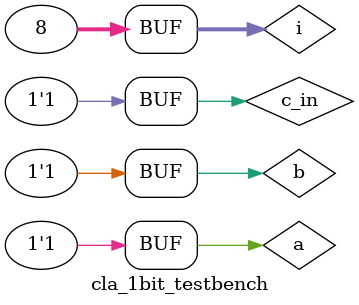
<source format=sv>
`timescale 1ns/10ps

module cla_1bit (
   output logic s, p, g,
   input  logic a, b, c_in
   ); 
   
   xor #50 pro (p, a, b);
   xor #50 sum (s, p, c_in);
   and #50 gen (g, a, b);

endmodule


// Note: testbench only worked when the #50s
//       were omitted
module cla_1bit_testbench ();
   logic s, p, g;
   logic a, b, c_in;

   cla_1bit dut (.s, .p, .g, .a, .b, .c_in);

   integer i;
   initial begin
      for (i = 0; i < 8; i++) begin
         {c_in, b, a} = i; #10;
      end
   end
endmodule 

</source>
